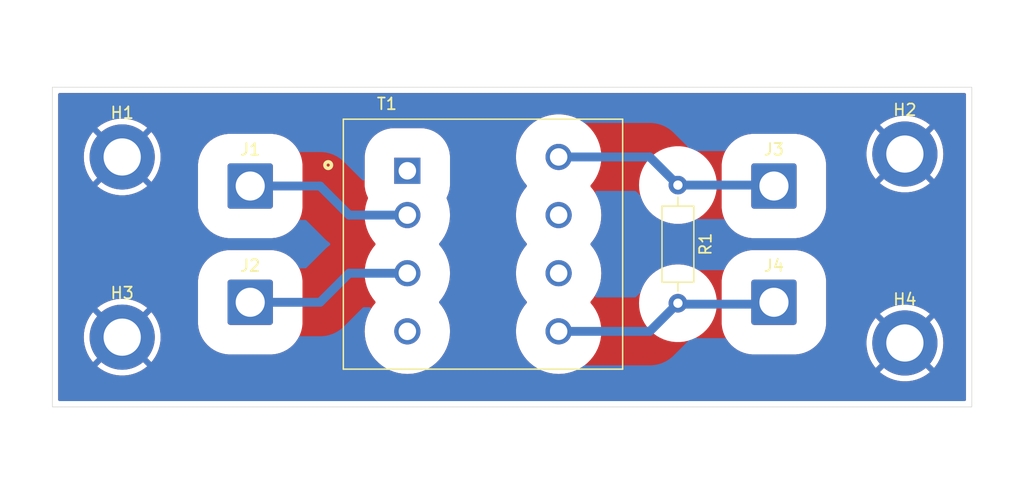
<source format=kicad_pcb>
(kicad_pcb (version 20240108) (generator "pcbnew") (generator_version "8.0")
  (layers (0 "F.Cu" signal) (31 "B.Cu" signal) (34 "B.Paste" user) (35 "F.Paste" user) (36 "B.SilkS" user "B.Silkscreen") (37 "F.SilkS" user "F.Silkscreen") (38 "B.Mask" user) (39 "F.Mask" user) (44 "Edge.Cuts" user))
  (net 0 "")
  (net 1 "GND")
  (net 2 "Net-(J1-Pin_1)")
  (net 3 "Net-(J2-Pin_1)")
  (net 4 "Net-(J3-Pin_1)")
  (net 5 "Net-(J4-Pin_1)")
  (footprint "Connector_Wire:SolderWire-2sqmm_1x01_D2mm_OD3.9mm" (layer "F.Cu") (at 70 50)
    (property "Reference" "J2" (at 0 -3.15 0) (layer "F.SilkS"))
    (property "Value" "Conn_01x01_Pin")
    (pad "1" thru_hole roundrect (at 0 0) (size 3.9 3.9) (drill 2.5) (layers "*.Cu" "*.Mask") (roundrect_rratio 0.064103) (net 3 "Net-(J2-Pin_1)"))
  )
  (footprint "MountingHole:MountingHole_3.2mm_M3_DIN965_Pad_TopBottom" (layer "F.Cu") (at 59 37.5)
    (property "Reference" "H1" (at 0 -3.8 0) (layer "F.SilkS"))
    (property "Value" "MountingHole_Pad")
    (pad "1" thru_hole circle (at 0 0) (size 3.6 3.6) (drill 3.2) (layers "*.Cu" "*.Mask") (net 1 "GND"))
    (pad "1" connect circle (at 0 0) (size 5.6 5.6) (layers "F.Cu" "F.Mask") (net 1 "GND"))
    (pad "1" connect circle (at 0 0) (size 5.6 5.6) (layers "B.Cu" "B.Mask") (net 1 "GND"))
  )
  (footprint "MountingHole:MountingHole_3.2mm_M3_DIN965_Pad_TopBottom" (layer "F.Cu") (at 126.25 37.25)
    (property "Reference" "H2" (at 0 -3.8 0) (layer "F.SilkS"))
    (property "Value" "MountingHole_Pad")
    (pad "1" thru_hole circle (at 0 0) (size 3.6 3.6) (drill 3.2) (layers "*.Cu" "*.Mask") (net 1 "GND"))
    (pad "1" connect circle (at 0 0) (size 5.6 5.6) (layers "F.Cu" "F.Mask") (net 1 "GND"))
    (pad "1" connect circle (at 0 0) (size 5.6 5.6) (layers "B.Cu" "B.Mask") (net 1 "GND"))
  )
  (footprint "MountingHole:MountingHole_3.2mm_M3_DIN965_Pad_TopBottom" (layer "F.Cu") (at 126.25 53.5)
    (property "Reference" "H4" (at 0 -3.75 0) (layer "F.SilkS"))
    (property "Value" "MountingHole_Pad")
    (pad "1" thru_hole circle (at 0 0) (size 3.6 3.6) (drill 3.2) (layers "*.Cu" "*.Mask") (net 1 "GND"))
    (pad "1" connect circle (at 0 0) (size 5.6 5.6) (layers "F.Cu" "F.Mask") (net 1 "GND"))
    (pad "1" connect circle (at 0 0) (size 5.6 5.6) (layers "B.Cu" "B.Mask") (net 1 "GND"))
  )
  (footprint "Connector_Wire:SolderWire-2sqmm_1x01_D2mm_OD3.9mm" (layer "F.Cu") (at 115 40)
    (property "Reference" "J3" (at 0 -3.15 0) (layer "F.SilkS"))
    (property "Value" "Conn_01x01_Pin")
    (pad "1" thru_hole roundrect (at 0 0) (size 3.9 3.9) (drill 2.5) (layers "*.Cu" "*.Mask") (roundrect_rratio 0.064103) (net 4 "Net-(J3-Pin_1)"))
  )
  (footprint "Connector_Wire:SolderWire-2sqmm_1x01_D2mm_OD3.9mm" (layer "F.Cu") (at 70 40)
    (property "Reference" "J1" (at 0 -3.15 0) (layer "F.SilkS"))
    (property "Value" "Conn_01x01_Pin")
    (pad "1" thru_hole roundrect (at 0 0) (size 3.9 3.9) (drill 2.5) (layers "*.Cu" "*.Mask") (roundrect_rratio 0.064103) (net 2 "Net-(J1-Pin_1)"))
  )
  (footprint "Custom Transformers:XFMR_CSE185L" (layer "F.Cu") (at 90 45)
    (property "Reference" "T1" (at -8.255 -12.065 0) (layer "F.SilkS"))
    (property "Value" "CSE185L")
    (fp_line (start -12 -10.75) (end 12 -10.75) (stroke (width 0.127)) (layer "F.SilkS"))
    (fp_line (start -12 10.75) (end -12 -10.75) (stroke (width 0.127)) (layer "F.SilkS"))
    (fp_line (start 12 -10.75) (end 12 10.75) (stroke (width 0.127)) (layer "F.SilkS"))
    (fp_line (start 12 10.75) (end -12 10.75) (stroke (width 0.127)) (layer "F.SilkS"))
    (fp_circle (center -13.3 -6.8) (end -13.017159 -6.8) (stroke (width 0.3)) (fill none) (layer "F.SilkS"))
    (pad "1" thru_hole rect (at -6.5 -6.31) (size 2.25 2.25) (drill 1.5) (layers "*.Cu" "*.Mask"))
    (pad "2" thru_hole circle (at -6.5 -2.5) (size 2.25 2.25) (drill 1.5) (layers "*.Cu" "*.Mask") (net 2 "Net-(J1-Pin_1)"))
    (pad "3" thru_hole circle (at -6.5 2.5) (size 2.25 2.25) (drill 1.5) (layers "*.Cu" "*.Mask") (net 3 "Net-(J2-Pin_1)"))
    (pad "4" thru_hole circle (at -6.5 7.5) (size 2.25 2.25) (drill 1.5) (layers "*.Cu" "*.Mask"))
    (pad "5" thru_hole circle (at 6.5 7.5) (size 2.25 2.25) (drill 1.5) (layers "*.Cu" "*.Mask") (net 5 "Net-(J4-Pin_1)"))
    (pad "6" thru_hole circle (at 6.5 2.5) (size 2.25 2.25) (drill 1.5) (layers "*.Cu" "*.Mask"))
    (pad "7" thru_hole circle (at 6.5 -2.5) (size 2.25 2.25) (drill 1.5) (layers "*.Cu" "*.Mask"))
    (pad "8" thru_hole circle (at 6.5 -7.5) (size 2.25 2.25) (drill 1.5) (layers "*.Cu" "*.Mask") (net 4 "Net-(J3-Pin_1)"))
  )
  (footprint "MountingHole:MountingHole_3.2mm_M3_DIN965_Pad_TopBottom" (layer "F.Cu") (at 59 53)
    (property "Reference" "H3" (at 0 -3.8 0) (layer "F.SilkS"))
    (property "Value" "MountingHole_Pad")
    (pad "1" thru_hole circle (at 0 0) (size 3.6 3.6) (drill 3.2) (layers "*.Cu" "*.Mask") (net 1 "GND"))
    (pad "1" connect circle (at 0 0) (size 5.6 5.6) (layers "F.Cu" "F.Mask") (net 1 "GND"))
    (pad "1" connect circle (at 0 0) (size 5.6 5.6) (layers "B.Cu" "B.Mask") (net 1 "GND"))
  )
  (footprint "Resistor_THT:R_Axial_DIN0207_L6.3mm_D2.5mm_P10.16mm_Horizontal" (layer "F.Cu") (at 106.75 39.92 -90)
    (property "Reference" "R1" (at 5.08 -2.37 90) (layer "F.SilkS"))
    (property "Value" "R")
    (fp_line (start 1.81 1.37) (end 8.35 1.37) (stroke (width 0.12)) (layer "F.SilkS"))
    (fp_line (start 8.35 1.37) (end 8.35 -1.37) (stroke (width 0.12)) (layer "F.SilkS"))
    (fp_line (start 1.04 0) (end 1.81 0) (stroke (width 0.12)) (layer "F.SilkS"))
    (fp_line (start 9.12 0) (end 8.35 0) (stroke (width 0.12)) (layer "F.SilkS"))
    (fp_line (start 1.81 -1.37) (end 1.81 1.37) (stroke (width 0.12)) (layer "F.SilkS"))
    (fp_line (start 8.35 -1.37) (end 1.81 -1.37) (stroke (width 0.12)) (layer "F.SilkS"))
    (pad "1" thru_hole circle (at 0 0 270) (size 1.6 1.6) (drill 0.8) (layers "*.Cu" "*.Mask") (net 4 "Net-(J3-Pin_1)"))
    (pad "2" thru_hole oval (at 10.16 0 270) (size 1.6 1.6) (drill 0.8) (layers "*.Cu" "*.Mask") (net 5 "Net-(J4-Pin_1)"))
  )
  (footprint "Connector_Wire:SolderWire-2sqmm_1x01_D2mm_OD3.9mm" (layer "F.Cu") (at 115 50)
    (property "Reference" "J4" (at 0 -3.15 0) (layer "F.SilkS"))
    (property "Value" "Conn_01x01_Pin")
    (pad "1" thru_hole roundrect (at 0 0) (size 3.9 3.9) (drill 2.5) (layers "*.Cu" "*.Mask") (roundrect_rratio 0.064103) (net 5 "Net-(J4-Pin_1)"))
  )
  (gr_rect (start 53 31.5) (end 132 59) (stroke (width 0.05)) (fill none) (layer "Edge.Cuts"))
  (segment (start 78.5 42.5) (end 83.5 42.5) (width 0.762) (layer "B.Cu") (net 2))
  (segment (start 76 40) (end 78.5 42.5) (width 0.762) (layer "B.Cu") (net 2))
  (segment (start 70 40) (end 76 40) (width 0.762) (layer "B.Cu") (net 2))
  (segment (start 70 50) (end 76 50) (width 0.762) (layer "B.Cu") (net 3))
  (segment (start 78.5 47.5) (end 83.5 47.5) (width 0.762) (layer "B.Cu") (net 3))
  (segment (start 76 50) (end 78.5 47.5) (width 0.762) (layer "B.Cu") (net 3))
  (segment (start 114.92 39.92) (end 115 40) (width 0.762) (layer "B.Cu") (net 4))
  (segment (start 106.75 39.92) (end 114.92 39.92) (width 0.762) (layer "B.Cu") (net 4))
  (segment (start 104.33 37.5) (end 106.75 39.92) (width 0.762) (layer "B.Cu") (net 4))
  (segment (start 96.5 37.5) (end 104.33 37.5) (width 0.762) (layer "B.Cu") (net 4))
  (segment (start 96.5 52.5) (end 104.33 52.5) (width 0.762) (layer "B.Cu") (net 5))
  (segment (start 114.84 50.16) (end 115 50) (width 0.762) (layer "B.Cu") (net 5))
  (segment (start 106.67 50.16) (end 114.84 50.16) (width 0.762) (layer "B.Cu") (net 5))
  (segment (start 104.33 52.5) (end 106.67 50.16) (width 0.762) (layer "B.Cu") (net 5))
  (zone (net 1) (net_name "GND") (layers "F&B.Cu") (connect_pads (clearance 0.5)) (min_thickness 0.25) (fill yes (thermal_gap 0.5) (thermal_bridge_width 0.5))
    (polygon (pts (xy 48.5 24) (xy 136.5 25) (xy 136.5 65.5) (xy 48.5 65.5)))
  )
)
</source>
